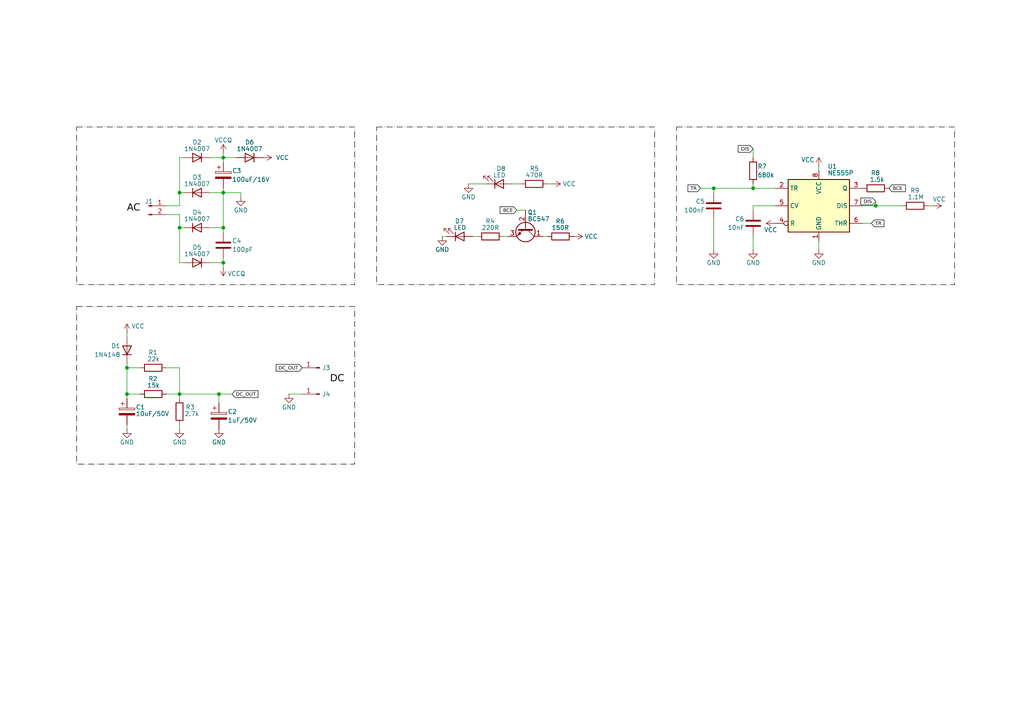
<source format=kicad_sch>
(kicad_sch (version 20231120) (generator "eeschema") (generator_version "8.0")
  (paper "A4")
  (title_block (title "TASK_01") (date "2024-09-17") (rev "v1.0.0") (comment 3 "Task 01, Uloha 01"))
  (lib_symbols
    (symbol "Connector:Conn_01x01_Pin" (pin_names (offset 1.016) hide)
      (property "Reference" "J" (at 0 2.54 0))
      (property "Value" "Conn_01x01_Pin" (at 0 -2.54 0))
      (symbol "Conn_01x01_Pin_1_1"
        (polyline (pts (xy 1.27 0) (xy 0.8636 0)) (stroke (width 0.1524)))
        (rectangle (start 0.8636 0.127) (end 0 -0.127) (stroke (width 0.1524)) (fill (type outline)))
        (pin passive line (at 5.08 0 180) (length 3.81) (name "Pin_1") (number "1"))
      )
    )
    (symbol "Connector:Conn_01x02_Pin" (pin_names (offset 1.016) hide)
      (property "Reference" "J" (at 0 2.54 0))
      (property "Value" "Conn_01x02_Pin" (at 0 -5.08 0))
      (symbol "Conn_01x02_Pin_1_1"
        (polyline (pts (xy 1.27 -2.54) (xy 0.8636 -2.54)) (stroke (width 0.1524)))
        (polyline (pts (xy 1.27 0) (xy 0.8636 0)) (stroke (width 0.1524)))
        (rectangle (start 0.8636 -2.413) (end 0 -2.667) (stroke (width 0.1524)) (fill (type outline)))
        (rectangle (start 0.8636 0.127) (end 0 -0.127) (stroke (width 0.1524)) (fill (type outline)))
        (pin passive line (at 5.08 0 180) (length 3.81) (name "Pin_1") (number "1"))
        (pin passive line (at 5.08 -2.54 180) (length 3.81) (name "Pin_2") (number "2"))
      )
    )
    (symbol "Device:C" (pin_numbers hide) (pin_names (offset 0.254))
      (property "Reference" "C" (at 0.635 2.54 0))
      (property "Value" "C" (at 0.635 -2.54 0))
      (symbol "C_0_1"
        (polyline (pts (xy -2.032 -0.762) (xy 2.032 -0.762)) (stroke (width 0.508)))
        (polyline (pts (xy -2.032 0.762) (xy 2.032 0.762)) (stroke (width 0.508)))
      )
      (symbol "C_1_1"
        (pin passive line (at 0 3.81 270) (length 2.794) (name "~") (number "1"))
        (pin passive line (at 0 -3.81 90) (length 2.794) (name "~") (number "2"))
      )
    )
    (symbol "Device:C_Polarized" (pin_numbers hide) (pin_names (offset 0.254))
      (property "Reference" "C" (at 0.635 2.54 0))
      (property "Value" "C_Polarized" (at 0.635 -2.54 0))
      (symbol "C_Polarized_0_1"
        (rectangle (start -2.286 0.508) (end 2.286 1.016))
        (polyline (pts (xy -1.778 2.286) (xy -0.762 2.286)))
        (polyline (pts (xy -1.27 2.794) (xy -1.27 1.778)))
        (rectangle (start 2.286 -0.508) (end -2.286 -1.016) (fill (type outline)))
      )
      (symbol "C_Polarized_1_1"
        (pin passive line (at 0 3.81 270) (length 2.794) (name "~") (number "1"))
        (pin passive line (at 0 -3.81 90) (length 2.794) (name "~") (number "2"))
      )
    )
    (symbol "Device:LED" (pin_numbers hide) (pin_names (offset 1.016) hide)
      (property "Reference" "D" (at 0 2.54 0))
      (property "Value" "LED" (at 0 -2.54 0))
      (symbol "LED_0_1"
        (polyline (pts (xy -1.27 -1.27) (xy -1.27 1.27)) (stroke (width 0.254)))
        (polyline (pts (xy -1.27 0) (xy 1.27 0)))
        (polyline (pts (xy 1.27 -1.27) (xy 1.27 1.27) (xy -1.27 0) (xy 1.27 -1.27)) (stroke (width 0.254)))
        (polyline (pts (xy -3.048 -0.762) (xy -4.572 -2.286) (xy -3.81 -2.286) (xy -4.572 -2.286) (xy -4.572 -1.524)))
        (polyline (pts (xy -1.778 -0.762) (xy -3.302 -2.286) (xy -2.54 -2.286) (xy -3.302 -2.286) (xy -3.302 -1.524)))
      )
      (symbol "LED_1_1"
        (pin passive line (at -3.81 0 0) (length 2.54) (name "K") (number "1"))
        (pin passive line (at 3.81 0 180) (length 2.54) (name "A") (number "2"))
      )
    )
    (symbol "Device:R" (pin_numbers hide) (pin_names (offset 0))
      (property "Reference" "R" (at 2.032 0 90))
      (property "Value" "R" (at 0 0 90))
      (symbol "R_0_1"
        (rectangle (start -1.016 -2.54) (end 1.016 2.54) (stroke (width 0.254)))
      )
      (symbol "R_1_1"
        (pin passive line (at 0 3.81 270) (length 1.27) (name "~") (number "1"))
        (pin passive line (at 0 -3.81 90) (length 1.27) (name "~") (number "2"))
      )
    )
    (symbol "Diode:1N4007" (pin_numbers hide) (pin_names hide)
      (property "Reference" "D" (at 0 2.54 0))
      (property "Value" "1N4007" (at 0 -2.54 0))
      (symbol "1N4007_0_1"
        (polyline (pts (xy -1.27 1.27) (xy -1.27 -1.27)) (stroke (width 0.254)))
        (polyline (pts (xy 1.27 0) (xy -1.27 0)))
        (polyline (pts (xy 1.27 1.27) (xy 1.27 -1.27) (xy -1.27 0) (xy 1.27 1.27)) (stroke (width 0.254)))
      )
      (symbol "1N4007_1_1"
        (pin passive line (at -3.81 0 0) (length 2.54) (name "K") (number "1"))
        (pin passive line (at 3.81 0 180) (length 2.54) (name "A") (number "2"))
      )
    )
    (symbol "Diode:1N4148" (pin_numbers hide) (pin_names hide)
      (property "Reference" "D" (at 0 2.54 0))
      (property "Value" "1N4148" (at 0 -2.54 0))
      (symbol "1N4148_0_1"
        (polyline (pts (xy -1.27 1.27) (xy -1.27 -1.27)) (stroke (width 0.254)))
        (polyline (pts (xy 1.27 0) (xy -1.27 0)))
        (polyline (pts (xy 1.27 1.27) (xy 1.27 -1.27) (xy -1.27 0) (xy 1.27 1.27)) (stroke (width 0.254)))
      )
      (symbol "1N4148_1_1"
        (pin passive line (at -3.81 0 0) (length 2.54) (name "K") (number "1"))
        (pin passive line (at 3.81 0 180) (length 2.54) (name "A") (number "2"))
      )
    )
    (symbol "Timer:NE555P"
      (property "Reference" "U" (at -10.16 8.89 0))
      (property "Value" "NE555P" (at 2.54 8.89 0))
      (symbol "NE555P_0_0"
        (pin power_in line (at 0 -10.16 90) (length 2.54) (name "GND") (number "1"))
        (pin power_in line (at 0 10.16 270) (length 2.54) (name "VCC") (number "8"))
      )
      (symbol "NE555P_0_1"
        (rectangle (start -8.89 -7.62) (end 8.89 7.62) (stroke (width 0.254)) (fill (type background)))
        (rectangle (start -8.89 -7.62) (end 8.89 7.62) (stroke (width 0.254)) (fill (type background)))
      )
      (symbol "NE555P_1_1"
        (pin input line (at -12.7 5.08 0) (length 3.81) (name "TR") (number "2"))
        (pin output line (at 12.7 5.08 180) (length 3.81) (name "Q") (number "3"))
        (pin input inverted (at -12.7 -5.08 0) (length 3.81) (name "R") (number "4"))
        (pin input line (at -12.7 0 0) (length 3.81) (name "CV") (number "5"))
        (pin input line (at 12.7 -5.08 180) (length 3.81) (name "THR") (number "6"))
        (pin input line (at 12.7 0 180) (length 3.81) (name "DIS") (number "7"))
      )
    )
    (symbol "Transistor_BJT:BC547" (pin_names (offset 0) hide)
      (property "Reference" "Q" (at 5.08 1.905 0))
      (property "Value" "BC547" (at 5.08 0 0))
      (symbol "BC547_0_1"
        (polyline (pts (xy 0 0) (xy 0.635 0)))
        (polyline (pts (xy 0.635 0.635) (xy 2.54 2.54)))
        (polyline (pts (xy 0.635 -0.635) (xy 2.54 -2.54) (xy 2.54 -2.54)))
        (polyline (pts (xy 0.635 1.905) (xy 0.635 -1.905) (xy 0.635 -1.905)) (stroke (width 0.508)))
        (polyline (pts (xy 1.27 -1.778) (xy 1.778 -1.27) (xy 2.286 -2.286) (xy 1.27 -1.778) (xy 1.27 -1.778)) (fill (type outline)))
        (circle (center 1.27 0) (radius 2.8194) (stroke (width 0.254)))
      )
      (symbol "BC547_1_1"
        (pin passive line (at 2.54 5.08 270) (length 2.54) (name "C") (number "1"))
        (pin input line (at -5.08 0 0) (length 5.08) (name "B") (number "2"))
        (pin passive line (at 2.54 -5.08 90) (length 2.54) (name "E") (number "3"))
      )
    )
    (symbol "power:GND" (power) (pin_numbers hide) (pin_names (offset 0) hide)
      (property "Value" "GND" (at 0 -3.81 0))
      (symbol "GND_0_1"
        (polyline (pts (xy 0 0) (xy 0 -1.27) (xy 1.27 -1.27) (xy 0 -2.54) (xy -1.27 -1.27) (xy 0 -1.27)))
      )
      (symbol "GND_1_1"
        (pin power_in line (at 0 0 270) (length 0) (name "~") (number "1"))
      )
    )
    (symbol "power:VCC" (power) (pin_numbers hide) (pin_names (offset 0) hide)
      (property "Value" "VCC" (at 0 3.556 0))
      (symbol "VCC_0_1"
        (polyline (pts (xy -0.762 1.27) (xy 0 2.54)))
        (polyline (pts (xy 0 0) (xy 0 2.54)))
        (polyline (pts (xy 0 2.54) (xy 0.762 1.27)))
      )
      (symbol "VCC_1_1"
        (pin power_in line (at 0 0 90) (length 0) (name "~") (number "1"))
      )
    )
    (symbol "power:VCCQ" (power) (pin_numbers hide) (pin_names (offset 0) hide)
      (property "Value" "VCCQ" (at 0 3.556 0))
      (symbol "VCCQ_0_1"
        (polyline (pts (xy -0.762 1.27) (xy 0 2.54)))
        (polyline (pts (xy 0 0) (xy 0 2.54)))
        (polyline (pts (xy 0 2.54) (xy 0.762 1.27)))
      )
      (symbol "VCCQ_1_1"
        (pin power_in line (at 0 0 90) (length 0) (name "~") (number "1"))
      )
    )
  )
  (junction (at 64.77 45.72))
  (junction (at 64.77 55.88))
  (junction (at 254 59.69))
  (junction (at 207.01 54.61))
  (junction (at 63.5 114.3))
  (junction (at 52.07 114.3))
  (junction (at 52.07 55.88))
  (junction (at 64.77 66.04))
  (junction (at 218.44 54.61))
  (junction (at 52.07 66.04))
  (junction (at 36.83 106.68))
  (junction (at 36.83 114.3))
  (junction (at 64.77 76.2))
  (wire (pts (xy 48.26 114.3) (xy 52.07 114.3)))
  (wire (pts (xy 64.77 76.2) (xy 60.96 76.2)))
  (wire (pts (xy 52.07 124.46) (xy 52.07 123.19)))
  (wire (pts (xy 52.07 114.3) (xy 52.07 115.57)))
  (wire (pts (xy 60.96 55.88) (xy 64.77 55.88)))
  (wire (pts (xy 64.77 77.47) (xy 64.77 76.2)))
  (wire (pts (xy 36.83 114.3) (xy 36.83 115.57)))
  (wire (pts (xy 135.89 53.34) (xy 140.97 53.34)))
  (wire (pts (xy 52.07 62.23) (xy 48.26 62.23)))
  (wire (pts (xy 53.34 76.2) (xy 52.07 76.2)))
  (wire (pts (xy 254 58.42) (xy 254 59.69)))
  (wire (pts (xy 146.05 68.58) (xy 147.32 68.58)))
  (wire (pts (xy 218.44 59.69) (xy 224.79 59.69)))
  (wire (pts (xy 137.16 68.58) (xy 138.43 68.58)))
  (wire (pts (xy 218.44 68.58) (xy 218.44 72.39)))
  (wire (pts (xy 158.75 68.58) (xy 157.48 68.58)))
  (wire (pts (xy 207.01 55.88) (xy 207.01 54.61)))
  (wire (pts (xy 60.96 45.72) (xy 64.77 45.72)))
  (wire (pts (xy 237.49 48.26) (xy 237.49 49.53)))
  (wire (pts (xy 52.07 55.88) (xy 52.07 45.72)))
  (wire (pts (xy 203.2 54.61) (xy 207.01 54.61)))
  (wire (pts (xy 64.77 55.88) (xy 64.77 54.61)))
  (wire (pts (xy 69.85 55.88) (xy 69.85 57.15)))
  (wire (pts (xy 218.44 43.18) (xy 218.44 45.72)))
  (wire (pts (xy 83.82 114.3) (xy 87.63 114.3)))
  (wire (pts (xy 40.64 106.68) (xy 36.83 106.68)))
  (wire (pts (xy 207.01 72.39) (xy 207.01 63.5)))
  (wire (pts (xy 52.07 62.23) (xy 52.07 66.04)))
  (wire (pts (xy 52.07 55.88) (xy 52.07 59.69)))
  (wire (pts (xy 52.07 66.04) (xy 53.34 66.04)))
  (wire (pts (xy 158.75 53.34) (xy 160.02 53.34)))
  (wire (pts (xy 63.5 116.84) (xy 63.5 114.3)))
  (wire (pts (xy 64.77 44.45) (xy 64.77 45.72)))
  (wire (pts (xy 36.83 123.19) (xy 36.83 124.46)))
  (wire (pts (xy 218.44 54.61) (xy 224.79 54.61)))
  (wire (pts (xy 52.07 76.2) (xy 52.07 66.04)))
  (wire (pts (xy 36.83 96.52) (xy 36.83 97.79)))
  (wire (pts (xy 252.73 64.77) (xy 250.19 64.77)))
  (wire (pts (xy 237.49 72.39) (xy 237.49 69.85)))
  (wire (pts (xy 218.44 53.34) (xy 218.44 54.61)))
  (wire (pts (xy 149.86 60.96) (xy 152.4 60.96)))
  (wire (pts (xy 36.83 105.41) (xy 36.83 106.68)))
  (wire (pts (xy 60.96 66.04) (xy 64.77 66.04)))
  (wire (pts (xy 52.07 114.3) (xy 63.5 114.3)))
  (wire (pts (xy 64.77 55.88) (xy 64.77 66.04)))
  (wire (pts (xy 254 59.69) (xy 250.19 59.69)))
  (wire (pts (xy 64.77 45.72) (xy 64.77 46.99)))
  (wire (pts (xy 40.64 114.3) (xy 36.83 114.3)))
  (wire (pts (xy 63.5 114.3) (xy 67.31 114.3)))
  (wire (pts (xy 151.13 53.34) (xy 148.59 53.34)))
  (wire (pts (xy 52.07 45.72) (xy 53.34 45.72)))
  (wire (pts (xy 52.07 106.68) (xy 52.07 114.3)))
  (wire (pts (xy 128.27 68.58) (xy 129.54 68.58)))
  (wire (pts (xy 64.77 67.31) (xy 64.77 66.04)))
  (wire (pts (xy 207.01 54.61) (xy 218.44 54.61)))
  (wire (pts (xy 36.83 106.68) (xy 36.83 114.3)))
  (wire (pts (xy 52.07 55.88) (xy 53.34 55.88)))
  (wire (pts (xy 64.77 74.93) (xy 64.77 76.2)))
  (wire (pts (xy 52.07 59.69) (xy 48.26 59.69)))
  (wire (pts (xy 48.26 106.68) (xy 52.07 106.68)))
  (wire (pts (xy 261.62 59.69) (xy 254 59.69)))
  (wire (pts (xy 64.77 45.72) (xy 68.58 45.72)))
  (wire (pts (xy 218.44 60.96) (xy 218.44 59.69)))
  (wire (pts (xy 64.77 55.88) (xy 69.85 55.88)))
  (wire (pts (xy 270.51 59.69) (xy 269.24 59.69)))
  (rectangle (start 109.22 36.83) (end 189.865 82.55) (stroke (width 0) (type dash_dot) (color 0 0 0 1)))
  (rectangle (start 196.215 36.83) (end 276.86 82.55) (stroke (width 0) (type dash_dot) (color 0 0 0 1)))
  (rectangle (start 22.225 36.83) (end 102.87 82.55) (stroke (width 0) (type dash_dot) (color 0 0 0 1)))
  (rectangle (start 22.225 88.9) (end 102.87 134.62) (stroke (width 0) (type dash_dot) (color 0 0 0 1)))
  (text "DC" (at 97.79 110.49 0) (effects (font (size 2 2))))
  (text "AC" (at 38.735 60.96 0) (effects (font (size 2 2))))
  (global_label "DIS" (shape input) (at 254 58.42 180) (effects (font (size 1 1))) (property "Intersheetrefs" "${INTERSHEET_REFS}" (effects (hide yes))))
  (global_label "BCE" (shape input) (at 149.86 60.96 180) (effects (font (size 1 1))) (property "Intersheetrefs" "${INTERSHEET_REFS}" (effects (hide yes))))
  (global_label "BCE" (shape input) (at 257.81 54.61 0) (effects (font (size 1 1))) (property "Intersheetrefs" "${INTERSHEET_REFS}" (effects (hide yes))))
  (global_label "DIS" (shape input) (at 218.44 43.18 180) (effects (font (size 1 1))) (property "Intersheetrefs" "${INTERSHEET_REFS}" (effects (hide yes))))
  (global_label "DC_OUT" (shape input) (at 87.63 106.68 180) (effects (font (size 1 1))) (property "Intersheetrefs" "${INTERSHEET_REFS}" (effects (hide yes))))
  (global_label "DC_OUT" (shape input) (at 67.31 114.3 0) (effects (font (size 1 1))) (property "Intersheetrefs" "${INTERSHEET_REFS}" (effects (hide yes))))
  (global_label "TR" (shape input) (at 252.73 64.77 0) (effects (font (size 1 1))) (property "Intersheetrefs" "${INTERSHEET_REFS}" (effects (hide yes))))
  (global_label "TR" (shape input) (at 203.2 54.61 180) (effects (font (size 1 1))) (property "Intersheetrefs" "${INTERSHEET_REFS}" (effects (hide yes))))
  (symbol (lib_id "Device:C") (at 207.01 59.69 0) (mirror y) (unit 1)
    (property "Reference" "C5" (at 204.47 58.42 0) (effects (justify left)))
    (property "Value" "100nF" (at 204.47 60.96 0) (effects (justify left)))
    (property "Footprint" "Capacitor_THT:C_Disc_D6.0mm_W2.5mm_P5.00mm" (effects (hide yes)))
    (property "Description" "Unpolarized capacitor" (effects (hide yes)))
  )
  (symbol (lib_id "power:VCC") (at 224.79 64.77 90) (unit 1)
    (property "Reference" "#PWR07" (effects (hide yes)))
    (property "Value" "VCC" (at 223.52 66.675 90))
    (property "Description" "Power symbol creates a global label with name \"VCC\"" (effects (hide yes)))
  )
  (symbol (lib_id "Connector:Conn_01x01_Pin") (at 92.71 114.3 180) (unit 1)
    (property "Reference" "J4" (at 94.615 114.3 0))
    (property "Value" "DC" (effects (hide yes)))
    (property "Footprint" "Connector_PinHeader_2.54mm:PinHeader_1x01_P2.54mm_Vertical" (effects (hide yes)))
    (property "Description" "Generic connector, single row, 01x01, script generated" (effects (hide yes)))
  )
  (symbol (lib_id "Diode:1N4007") (at 57.15 66.04 0) (unit 1)
    (property "Reference" "D4" (at 57.15 61.595 0))
    (property "Value" "1N4007" (at 57.15 63.5 0))
    (property "Footprint" "Diode_THT:D_DO-41_SOD81_P10.16mm_Horizontal" (effects (hide yes)))
    (property "Datasheet" "http://www.vishay.com/docs/88503/1n4001.pdf" (effects (hide yes)))
    (property "Description" "1000V 1A General Purpose Rectifier Diode, DO-41" (effects (hide yes)))
    (property "Sim.Device" "D" (effects (hide yes)))
    (property "Sim.Pins" "1=K 2=A" (effects (hide yes)))
  )
  (symbol (lib_id "Device:C_Polarized") (at 36.83 119.38 0) (unit 1)
    (property "Reference" "C1" (at 39.37 118.11 0) (effects (justify left)))
    (property "Value" "10uF/50V" (at 39.37 120.015 0) (effects (justify left)))
    (property "Footprint" "Capacitor_THT:CP_Radial_D6.3mm_P2.50mm" (effects (hide yes)))
    (property "Description" "Polarized capacitor" (effects (hide yes)))
  )
  (symbol (lib_id "power:VCC") (at 76.2 45.72 270) (unit 1)
    (property "Reference" "#PWR01" (effects (hide yes)))
    (property "Value" "VCC" (at 80.01 45.7199 90) (effects (justify left)))
    (property "Description" "Power symbol creates a global label with name \"VCC\"" (effects (hide yes)))
  )
  (symbol (lib_id "Transistor_BJT:BC547") (at 152.4 66.04 270) (unit 1)
    (property "Reference" "Q1" (at 153.035 61.595 90) (effects (justify left)))
    (property "Value" "BC547" (at 153.035 63.5 90) (effects (justify left)))
    (property "Footprint" "Package_TO_SOT_THT:TO-92_Inline" (effects (hide yes)))
    (property "Datasheet" "https://www.onsemi.com/pub/Collateral/BC550-D.pdf" (effects (hide yes)))
    (property "Description" "0.1A Ic, 45V Vce, Small Signal NPN Transistor, TO-92" (effects (hide yes)))
  )
  (symbol (lib_id "power:VCC") (at 237.49 48.26 0) (unit 1)
    (property "Reference" "#PWR06" (effects (hide yes)))
    (property "Value" "VCC" (at 234.315 46.355 0))
    (property "Description" "Power symbol creates a global label with name \"VCC\"" (effects (hide yes)))
  )
  (symbol (lib_id "power:VCCQ") (at 64.77 77.47 180) (unit 1)
    (property "Reference" "#PWR018" (effects (hide yes)))
    (property "Value" "VCCQ" (at 68.58 79.375 0))
    (property "Description" "Power symbol creates a global label with name \"VCCQ\"" (effects (hide yes)))
  )
  (symbol (lib_id "power:VCCQ") (at 64.77 44.45 0) (unit 1)
    (property "Reference" "#PWR019" (effects (hide yes)))
    (property "Value" "VCCQ" (at 64.77 40.64 0))
    (property "Description" "Power symbol creates a global label with name \"VCCQ\"" (effects (hide yes)))
  )
  (symbol (lib_id "Connector:Conn_01x02_Pin") (at 43.18 59.69 0) (unit 1)
    (property "Reference" "J1" (at 43.18 58.42 0))
    (property "Value" "Conn_01x02_Pin" (effects (hide yes)))
    (property "Footprint" "Connector_PinHeader_2.54mm:PinHeader_1x02_P2.54mm_Vertical" (effects (hide yes)))
    (property "Description" "Generic connector, single row, 01x02, script generated" (effects (hide yes)))
  )
  (symbol (lib_id "power:GND") (at 237.49 72.39 0) (unit 1)
    (property "Reference" "#PWR05" (effects (hide yes)))
    (property "Value" "GND" (at 237.49 76.2 0))
    (property "Description" "Power symbol creates a global label with name \"GND\" , ground" (effects (hide yes)))
  )
  (symbol (lib_id "Device:R") (at 162.56 68.58 90) (unit 1)
    (property "Reference" "R6" (at 163.83 64.135 90) (effects (justify left)))
    (property "Value" "150R" (at 165.1 66.04 90) (effects (justify left)))
    (property "Footprint" "Resistor_THT:R_Axial_DIN0207_L6.3mm_D2.5mm_P10.16mm_Horizontal" (effects (hide yes)))
    (property "Description" "Resistor" (effects (hide yes)))
  )
  (symbol (lib_id "Device:R") (at 218.44 49.53 0) (unit 1)
    (property "Reference" "R7" (at 219.71 48.26 0) (effects (justify left)))
    (property "Value" "680k" (at 219.71 50.8 0) (effects (justify left)))
    (property "Footprint" "Resistor_THT:R_Axial_DIN0207_L6.3mm_D2.5mm_P10.16mm_Horizontal" (effects (hide yes)))
    (property "Description" "Resistor" (effects (hide yes)))
  )
  (symbol (lib_id "power:GND") (at 218.44 72.39 0) (unit 1)
    (property "Reference" "#PWR08" (effects (hide yes)))
    (property "Value" "GND" (at 218.44 76.2 0))
    (property "Description" "Power symbol creates a global label with name \"GND\" , ground" (effects (hide yes)))
  )
  (symbol (lib_id "Diode:1N4007") (at 57.15 45.72 0) (mirror y) (unit 1)
    (property "Reference" "D2" (at 57.15 41.275 0))
    (property "Value" "1N4007" (at 57.15 43.18 0))
    (property "Footprint" "Diode_THT:D_DO-41_SOD81_P10.16mm_Horizontal" (effects (hide yes)))
    (property "Datasheet" "http://www.vishay.com/docs/88503/1n4001.pdf" (effects (hide yes)))
    (property "Description" "1000V 1A General Purpose Rectifier Diode, DO-41" (effects (hide yes)))
    (property "Sim.Device" "D" (effects (hide yes)))
    (property "Sim.Pins" "1=K 2=A" (effects (hide yes)))
  )
  (symbol (lib_id "Device:R") (at 154.94 53.34 270) (mirror x) (unit 1)
    (property "Reference" "R5" (at 153.67 48.895 90) (effects (justify left)))
    (property "Value" "470R" (at 152.4 50.8 90) (effects (justify left)))
    (property "Footprint" "Resistor_THT:R_Axial_DIN0207_L6.3mm_D2.5mm_P10.16mm_Horizontal" (effects (hide yes)))
    (property "Description" "Resistor" (effects (hide yes)))
  )
  (symbol (lib_id "power:GND") (at 207.01 72.39 0) (unit 1)
    (property "Reference" "#PWR09" (effects (hide yes)))
    (property "Value" "GND" (at 207.01 76.2 0))
    (property "Description" "Power symbol creates a global label with name \"GND\" , ground" (effects (hide yes)))
  )
  (symbol (lib_id "power:GND") (at 52.07 124.46 0) (unit 1)
    (property "Reference" "#PWR015" (effects (hide yes)))
    (property "Value" "GND" (at 52.07 128.27 0))
    (property "Description" "Power symbol creates a global label with name \"GND\" , ground" (effects (hide yes)))
  )
  (symbol (lib_id "Connector:Conn_01x01_Pin") (at 92.71 106.68 180) (unit 1)
    (property "Reference" "J3" (at 94.615 106.68 0))
    (property "Value" "DC" (effects (hide yes)))
    (property "Footprint" "Connector_PinHeader_2.54mm:PinHeader_1x01_P2.54mm_Vertical" (effects (hide yes)))
    (property "Description" "Generic connector, single row, 01x01, script generated" (effects (hide yes)))
  )
  (symbol (lib_id "power:GND") (at 135.89 53.34 0) (mirror y) (unit 1)
    (property "Reference" "#PWR04" (effects (hide yes)))
    (property "Value" "GND" (at 135.89 57.15 0))
    (property "Description" "Power symbol creates a global label with name \"GND\" , ground" (effects (hide yes)))
  )
  (symbol (lib_id "Device:R") (at 44.45 114.3 90) (unit 1)
    (property "Reference" "R2" (at 45.72 109.855 90) (effects (justify left)))
    (property "Value" "15k" (at 46.355 111.76 90) (effects (justify left)))
    (property "Footprint" "Resistor_THT:R_Axial_DIN0207_L6.3mm_D2.5mm_P10.16mm_Horizontal" (effects (hide yes)))
    (property "Description" "Resistor" (effects (hide yes)))
  )
  (symbol (lib_id "Device:C_Polarized") (at 63.5 120.65 0) (unit 1)
    (property "Reference" "C2" (at 66.04 119.38 0) (effects (justify left)))
    (property "Value" "1uF/50V" (at 66.04 121.92 0) (effects (justify left)))
    (property "Footprint" "Capacitor_THT:CP_Radial_D6.3mm_P2.50mm" (effects (hide yes)))
    (property "Description" "Polarized capacitor" (effects (hide yes)))
  )
  (symbol (lib_id "Device:C") (at 64.77 71.12 0) (unit 1)
    (property "Reference" "C4" (at 67.31 69.85 0) (effects (justify left)))
    (property "Value" "100pF" (at 67.31 72.39 0) (effects (justify left)))
    (property "Footprint" "Capacitor_THT:C_Disc_D6.0mm_W2.5mm_P5.00mm" (effects (hide yes)))
    (property "Description" "Unpolarized capacitor" (effects (hide yes)))
  )
  (symbol (lib_id "power:VCC") (at 36.83 96.52 0) (unit 1)
    (property "Reference" "#PWR014" (effects (hide yes)))
    (property "Value" "VCC" (at 40.005 94.615 0))
    (property "Description" "Power symbol creates a global label with name \"VCC\"" (effects (hide yes)))
  )
  (symbol (lib_id "Device:R") (at 142.24 68.58 90) (unit 1)
    (property "Reference" "R4" (at 143.51 64.135 90) (effects (justify left)))
    (property "Value" "220R" (at 144.78 66.04 90) (effects (justify left)))
    (property "Footprint" "Resistor_THT:R_Axial_DIN0207_L6.3mm_D2.5mm_P10.16mm_Horizontal" (effects (hide yes)))
    (property "Description" "Resistor" (effects (hide yes)))
  )
  (symbol (lib_id "power:GND") (at 83.82 114.3 0) (unit 1)
    (property "Reference" "#PWR017" (effects (hide yes)))
    (property "Value" "GND" (at 83.82 118.11 0))
    (property "Description" "Power symbol creates a global label with name \"GND\" , ground" (effects (hide yes)))
  )
  (symbol (lib_id "power:GND") (at 128.27 68.58 0) (unit 1)
    (property "Reference" "#PWR012" (effects (hide yes)))
    (property "Value" "GND" (at 128.27 72.39 0))
    (property "Description" "Power symbol creates a global label with name \"GND\" , ground" (effects (hide yes)))
  )
  (symbol (lib_id "Diode:1N4148") (at 36.83 101.6 270) (mirror x) (unit 1)
    (property "Reference" "D1" (at 34.925 100.33 90) (effects (justify right)))
    (property "Value" "1N4148" (at 34.925 102.87 90) (effects (justify right)))
    (property "Footprint" "Diode_THT:D_DO-35_SOD27_P7.62mm_Horizontal" (effects (hide yes)))
    (property "Datasheet" "https://assets.nexperia.com/documents/data-sheet/1N4148_1N4448.pdf" (effects (hide yes)))
    (property "Description" "100V 0.15A standard switching diode, DO-35" (effects (hide yes)))
    (property "Sim.Device" "D" (effects (hide yes)))
    (property "Sim.Pins" "1=K 2=A" (effects (hide yes)))
  )
  (symbol (lib_id "Device:C_Polarized") (at 64.77 50.8 0) (unit 1)
    (property "Reference" "C3" (at 67.31 49.53 0) (effects (justify left)))
    (property "Value" "100uF/16V" (at 67.31 52.07 0) (effects (justify left)))
    (property "Footprint" "Capacitor_THT:CP_Radial_D6.3mm_P2.50mm" (effects (hide yes)))
    (property "Description" "Polarized capacitor" (effects (hide yes)))
  )
  (symbol (lib_id "Diode:1N4007") (at 57.15 76.2 0) (mirror y) (unit 1)
    (property "Reference" "D5" (at 57.15 71.755 0))
    (property "Value" "1N4007" (at 57.15 73.66 0))
    (property "Footprint" "Diode_THT:D_DO-41_SOD81_P10.16mm_Horizontal" (effects (hide yes)))
    (property "Datasheet" "http://www.vishay.com/docs/88503/1n4001.pdf" (effects (hide yes)))
    (property "Description" "1000V 1A General Purpose Rectifier Diode, DO-41" (effects (hide yes)))
    (property "Sim.Device" "D" (effects (hide yes)))
    (property "Sim.Pins" "1=K 2=A" (effects (hide yes)))
  )
  (symbol (lib_id "power:GND") (at 36.83 124.46 0) (unit 1)
    (property "Reference" "#PWR013" (effects (hide yes)))
    (property "Value" "GND" (at 36.83 128.27 0))
    (property "Description" "Power symbol creates a global label with name \"GND\" , ground" (effects (hide yes)))
  )
  (symbol (lib_id "Device:R") (at 52.07 119.38 180) (unit 1)
    (property "Reference" "R3" (at 56.515 118.11 0) (effects (justify left)))
    (property "Value" "2.7k" (at 57.785 120.015 0) (effects (justify left)))
    (property "Footprint" "Resistor_THT:R_Axial_DIN0207_L6.3mm_D2.5mm_P10.16mm_Horizontal" (effects (hide yes)))
    (property "Description" "Resistor" (effects (hide yes)))
  )
  (symbol (lib_id "Device:R") (at 265.43 59.69 90) (unit 1)
    (property "Reference" "R9" (at 266.7 55.245 90) (effects (justify left)))
    (property "Value" "1.1M" (at 267.97 57.15 90) (effects (justify left)))
    (property "Footprint" "Resistor_THT:R_Axial_DIN0207_L6.3mm_D2.5mm_P10.16mm_Horizontal" (effects (hide yes)))
    (property "Description" "Resistor" (effects (hide yes)))
  )
  (symbol (lib_id "Device:LED") (at 133.35 68.58 0) (mirror x) (unit 1)
    (property "Reference" "D7" (at 134.62 64.135 0) (effects (justify right)))
    (property "Value" "LED" (at 135.255 66.04 0) (effects (justify right)))
    (property "Footprint" "LED_THT:LED_D5.0mm_Clear" (effects (hide yes)))
    (property "Description" "Light emitting diode" (effects (hide yes)))
  )
  (symbol (lib_id "power:VCC") (at 270.51 59.69 270) (unit 1)
    (property "Reference" "#PWR010" (effects (hide yes)))
    (property "Value" "VCC" (at 272.415 57.785 90))
    (property "Description" "Power symbol creates a global label with name \"VCC\"" (effects (hide yes)))
  )
  (symbol (lib_id "Timer:NE555P") (at 237.49 59.69 0) (unit 1)
    (property "Reference" "U1" (at 240.03 48.26 0) (effects (justify left)))
    (property "Value" "NE555P" (at 240.03 50.165 0) (effects (justify left)))
    (property "Footprint" "Package_DIP:DIP-8_W7.62mm" (effects (hide yes)))
    (property "Datasheet" "http://www.ti.com/lit/ds/symlink/ne555.pdf" (effects (hide yes)))
    (property "Description" "Precision Timers, 555 compatible,  PDIP-8" (effects (hide yes)))
  )
  (symbol (lib_id "Device:LED") (at 144.78 53.34 0) (mirror x) (unit 1)
    (property "Reference" "D8" (at 146.685 48.895 0) (effects (justify right)))
    (property "Value" "LED" (at 146.685 50.8 0) (effects (justify right)))
    (property "Footprint" "LED_THT:LED_D5.0mm_Clear" (effects (hide yes)))
    (property "Description" "Light emitting diode" (effects (hide yes)))
  )
  (symbol (lib_id "Device:R") (at 44.45 106.68 90) (unit 1)
    (property "Reference" "R1" (at 45.72 102.235 90) (effects (justify left)))
    (property "Value" "22k" (at 46.355 104.14 90) (effects (justify left)))
    (property "Footprint" "Resistor_THT:R_Axial_DIN0207_L6.3mm_D2.5mm_P10.16mm_Horizontal" (effects (hide yes)))
    (property "Description" "Resistor" (effects (hide yes)))
  )
  (symbol (lib_id "power:GND") (at 69.85 57.15 0) (unit 1)
    (property "Reference" "#PWR02" (effects (hide yes)))
    (property "Value" "GND" (at 69.85 60.96 0))
    (property "Description" "Power symbol creates a global label with name \"GND\" , ground" (effects (hide yes)))
  )
  (symbol (lib_id "Diode:1N4007") (at 57.15 55.88 0) (unit 1)
    (property "Reference" "D3" (at 57.15 51.435 0))
    (property "Value" "1N4007" (at 57.15 53.34 0))
    (property "Footprint" "Diode_THT:D_DO-41_SOD81_P10.16mm_Horizontal" (effects (hide yes)))
    (property "Datasheet" "http://www.vishay.com/docs/88503/1n4001.pdf" (effects (hide yes)))
    (property "Description" "1000V 1A General Purpose Rectifier Diode, DO-41" (effects (hide yes)))
    (property "Sim.Device" "D" (effects (hide yes)))
    (property "Sim.Pins" "1=K 2=A" (effects (hide yes)))
  )
  (symbol (lib_id "power:GND") (at 63.5 124.46 0) (unit 1)
    (property "Reference" "#PWR016" (effects (hide yes)))
    (property "Value" "GND" (at 63.5 128.27 0))
    (property "Description" "Power symbol creates a global label with name \"GND\" , ground" (effects (hide yes)))
  )
  (symbol (lib_id "power:VCC") (at 166.37 68.58 270) (unit 1)
    (property "Reference" "#PWR011" (effects (hide yes)))
    (property "Value" "VCC" (at 171.45 68.58 90))
    (property "Description" "Power symbol creates a global label with name \"VCC\"" (effects (hide yes)))
  )
  (symbol (lib_id "Device:R") (at 254 54.61 90) (unit 1)
    (property "Reference" "R8" (at 255.27 50.165 90) (effects (justify left)))
    (property "Value" "1.5k" (at 256.54 52.07 90) (effects (justify left)))
    (property "Footprint" "Resistor_THT:R_Axial_DIN0207_L6.3mm_D2.5mm_P10.16mm_Horizontal" (effects (hide yes)))
    (property "Description" "Resistor" (effects (hide yes)))
  )
  (symbol (lib_id "power:VCC") (at 160.02 53.34 270) (mirror x) (unit 1)
    (property "Reference" "#PWR03" (effects (hide yes)))
    (property "Value" "VCC" (at 165.1 53.34 90))
    (property "Description" "Power symbol creates a global label with name \"VCC\"" (effects (hide yes)))
  )
  (symbol (lib_id "Diode:1N4007") (at 72.39 45.72 0) (mirror y) (unit 1)
    (property "Reference" "D6" (at 72.39 41.275 0))
    (property "Value" "1N4007" (at 72.39 43.18 0))
    (property "Footprint" "Diode_THT:D_DO-41_SOD81_P10.16mm_Horizontal" (effects (hide yes)))
    (property "Datasheet" "http://www.vishay.com/docs/88503/1n4001.pdf" (effects (hide yes)))
    (property "Description" "1000V 1A General Purpose Rectifier Diode, DO-41" (effects (hide yes)))
    (property "Sim.Device" "D" (effects (hide yes)))
    (property "Sim.Pins" "1=K 2=A" (effects (hide yes)))
  )
  (symbol (lib_id "Device:C") (at 218.44 64.77 0) (mirror y) (unit 1)
    (property "Reference" "C6" (at 215.9 63.5 0) (effects (justify left)))
    (property "Value" "10nF" (at 215.9 66.04 0) (effects (justify left)))
    (property "Footprint" "Capacitor_THT:C_Disc_D6.0mm_W2.5mm_P5.00mm" (effects (hide yes)))
    (property "Description" "Unpolarized capacitor" (effects (hide yes)))
  )
)
</source>
